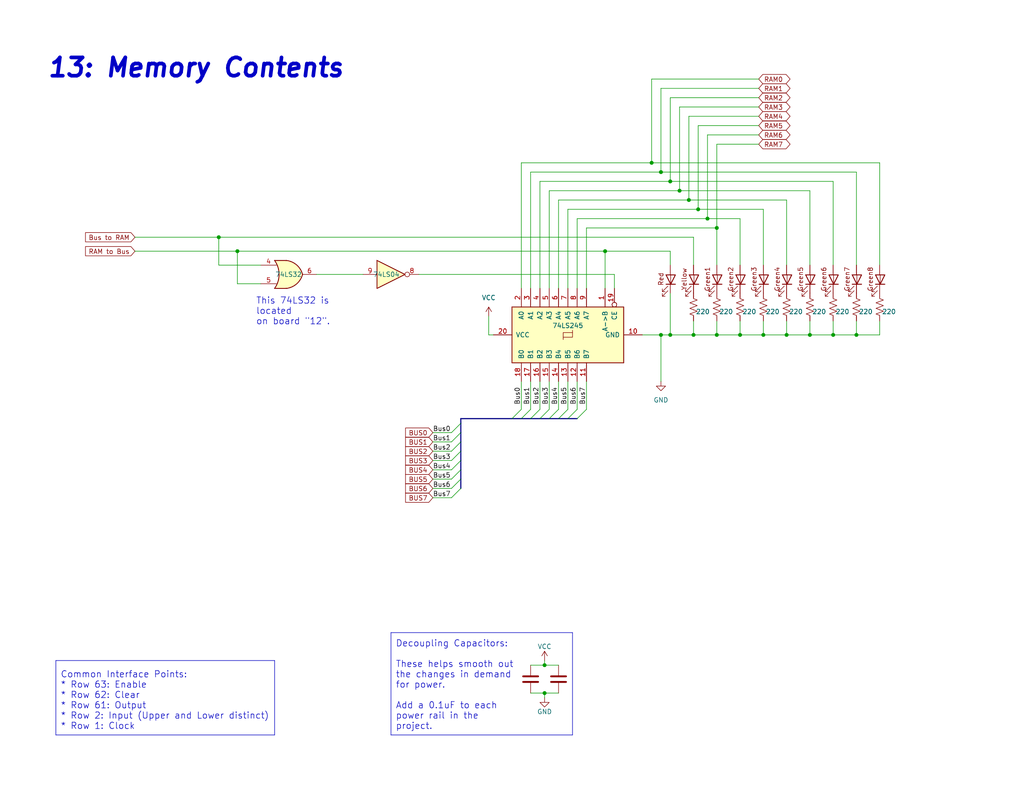
<source format=kicad_sch>
(kicad_sch (version 20211123) (generator eeschema)
  (paper "USLetter")
  (title_block (title "13: Memory Contents") (date "2022-03-13") (rev "1.0") (comment 1 "This board is located in Column 1 and Row 3") (comment 2 "2 74LS04 chips on this board are shared with boards \"14\" and \"15\"") (comment 3 "The 74LS08 on board \"14\"  and 74LS00 on board \"15 are shared with this board") (comment 4 "The 74LS32 gate used on this board is located on board \"12\""))
  (lib_symbols
    (symbol "74xx:74LS04"
      (property "Reference" "U" (at 0 1.27 0))
      (property "Value" "74LS04" (at 0 -1.27 0))
      (symbol "74LS04_1_0"
        (polyline (pts (xy -3.81 3.81) (xy -3.81 -3.81) (xy 3.81 0) (xy -3.81 3.81)) (stroke (width 0.254)) (fill (type background)))
        (pin input line (at -7.62 0 0) (length 3.81) (name "~") (number "1"))
        (pin output inverted (at 7.62 0 180) (length 3.81) (name "~") (number "2"))
      )
      (symbol "74LS04_2_0"
        (polyline (pts (xy -3.81 3.81) (xy -3.81 -3.81) (xy 3.81 0) (xy -3.81 3.81)) (stroke (width 0.254)) (fill (type background)))
        (pin input line (at -7.62 0 0) (length 3.81) (name "~") (number "3"))
        (pin output inverted (at 7.62 0 180) (length 3.81) (name "~") (number "4"))
      )
      (symbol "74LS04_3_0"
        (polyline (pts (xy -3.81 3.81) (xy -3.81 -3.81) (xy 3.81 0) (xy -3.81 3.81)) (stroke (width 0.254)) (fill (type background)))
        (pin input line (at -7.62 0 0) (length 3.81) (name "~") (number "5"))
        (pin output inverted (at 7.62 0 180) (length 3.81) (name "~") (number "6"))
      )
      (symbol "74LS04_4_0"
        (polyline (pts (xy -3.81 3.81) (xy -3.81 -3.81) (xy 3.81 0) (xy -3.81 3.81)) (stroke (width 0.254)) (fill (type background)))
        (pin output inverted (at 7.62 0 180) (length 3.81) (name "~") (number "8"))
        (pin input line (at -7.62 0 0) (length 3.81) (name "~") (number "9"))
      )
      (symbol "74LS04_5_0"
        (polyline (pts (xy -3.81 3.81) (xy -3.81 -3.81) (xy 3.81 0) (xy -3.81 3.81)) (stroke (width 0.254)) (fill (type background)))
        (pin output inverted (at 7.62 0 180) (length 3.81) (name "~") (number "10"))
        (pin input line (at -7.62 0 0) (length 3.81) (name "~") (number "11"))
      )
      (symbol "74LS04_6_0"
        (polyline (pts (xy -3.81 3.81) (xy -3.81 -3.81) (xy 3.81 0) (xy -3.81 3.81)) (stroke (width 0.254)) (fill (type background)))
        (pin output inverted (at 7.62 0 180) (length 3.81) (name "~") (number "12"))
        (pin input line (at -7.62 0 0) (length 3.81) (name "~") (number "13"))
      )
      (symbol "74LS04_7_0"
        (pin power_in line (at 0 12.7 270) (length 5.08) (name "VCC") (number "14"))
        (pin power_in line (at 0 -12.7 90) (length 5.08) (name "GND") (number "7"))
      )
      (symbol "74LS04_7_1"
        (rectangle (start -5.08 7.62) (end 5.08 -7.62) (stroke (width 0.254)) (fill (type background)))
      )
    )
    (symbol "74xx:74LS245" (pin_names (offset 1.016))
      (property "Reference" "U" (at -7.62 16.51 0))
      (property "Value" "74LS245" (at -7.62 -16.51 0))
      (symbol "74LS245_1_0"
        (polyline (pts (xy -0.635 -1.27) (xy -0.635 1.27) (xy 0.635 1.27)))
        (polyline (pts (xy -1.27 -1.27) (xy 0.635 -1.27) (xy 0.635 1.27) (xy 1.27 1.27)))
        (pin input line (at -12.7 -10.16 0) (length 5.08) (name "A->B") (number "1"))
        (pin power_in line (at 0 -20.32 90) (length 5.08) (name "GND") (number "10"))
        (pin tri_state line (at 12.7 -5.08 180) (length 5.08) (name "B7") (number "11"))
        (pin tri_state line (at 12.7 -2.54 180) (length 5.08) (name "B6") (number "12"))
        (pin tri_state line (at 12.7 0 180) (length 5.08) (name "B5") (number "13"))
        (pin tri_state line (at 12.7 2.54 180) (length 5.08) (name "B4") (number "14"))
        (pin tri_state line (at 12.7 5.08 180) (length 5.08) (name "B3") (number "15"))
        (pin tri_state line (at 12.7 7.62 180) (length 5.08) (name "B2") (number "16"))
        (pin tri_state line (at 12.7 10.16 180) (length 5.08) (name "B1") (number "17"))
        (pin tri_state line (at 12.7 12.7 180) (length 5.08) (name "B0") (number "18"))
        (pin input inverted (at -12.7 -12.7 0) (length 5.08) (name "CE") (number "19"))
        (pin tri_state line (at -12.7 12.7 0) (length 5.08) (name "A0") (number "2"))
        (pin power_in line (at 0 20.32 270) (length 5.08) (name "VCC") (number "20"))
        (pin tri_state line (at -12.7 10.16 0) (length 5.08) (name "A1") (number "3"))
        (pin tri_state line (at -12.7 7.62 0) (length 5.08) (name "A2") (number "4"))
        (pin tri_state line (at -12.7 5.08 0) (length 5.08) (name "A3") (number "5"))
        (pin tri_state line (at -12.7 2.54 0) (length 5.08) (name "A4") (number "6"))
        (pin tri_state line (at -12.7 0 0) (length 5.08) (name "A5") (number "7"))
        (pin tri_state line (at -12.7 -2.54 0) (length 5.08) (name "A6") (number "8"))
        (pin tri_state line (at -12.7 -5.08 0) (length 5.08) (name "A7") (number "9"))
      )
      (symbol "74LS245_1_1"
        (rectangle (start -7.62 15.24) (end 7.62 -15.24) (stroke (width 0.254)) (fill (type background)))
      )
    )
    (symbol "74xx:74LS32" (pin_names (offset 1.016))
      (property "Reference" "U" (at 0 1.27 0))
      (property "Value" "74LS32" (at 0 -1.27 0))
      (symbol "74LS32_1_1"
        (arc (start -3.81 -3.81) (mid -2.589 0) (end -3.81 3.81) (stroke (width 0.254)))
        (arc (start -0.6096 -3.81) (mid 2.1855 -2.584) (end 3.81 0) (stroke (width 0.254)) (fill (type background)))
        (polyline (pts (xy -3.81 -3.81) (xy -0.635 -3.81)) (stroke (width 0.254)) (fill (type background)))
        (polyline (pts (xy -3.81 3.81) (xy -0.635 3.81)) (stroke (width 0.254)) (fill (type background)))
        (polyline (pts (xy -0.635 3.81) (xy -3.81 3.81) (xy -3.81 3.81) (xy -3.556 3.4036) (xy -3.0226 2.2606) (xy -2.6924 1.0414) (xy -2.6162 -0.254) (xy -2.7686 -1.4986) (xy -3.175 -2.7178) (xy -3.81 -3.81) (xy -3.81 -3.81) (xy -0.635 -3.81)) (stroke (width -25.4)) (fill (type background)))
        (arc (start 3.81 0) (mid 2.1928 2.5925) (end -0.6096 3.81) (stroke (width 0.254)) (fill (type background)))
        (pin input line (at -7.62 2.54 0) (length 4.318) (name "~") (number "1"))
        (pin input line (at -7.62 -2.54 0) (length 4.318) (name "~") (number "2"))
        (pin output line (at 7.62 0 180) (length 3.81) (name "~") (number "3"))
      )
      (symbol "74LS32_1_2"
        (arc (start 0 -3.81) (mid 3.81 0) (end 0 3.81) (stroke (width 0.254)) (fill (type background)))
        (polyline (pts (xy 0 3.81) (xy -3.81 3.81) (xy -3.81 -3.81) (xy 0 -3.81)) (stroke (width 0.254)) (fill (type background)))
        (pin input inverted (at -7.62 2.54 0) (length 3.81) (name "~") (number "1"))
        (pin input inverted (at -7.62 -2.54 0) (length 3.81) (name "~") (number "2"))
        (pin output inverted (at 7.62 0 180) (length 3.81) (name "~") (number "3"))
      )
      (symbol "74LS32_2_1"
        (arc (start -3.81 -3.81) (mid -2.589 0) (end -3.81 3.81) (stroke (width 0.254)))
        (arc (start -0.6096 -3.81) (mid 2.1855 -2.584) (end 3.81 0) (stroke (width 0.254)) (fill (type background)))
        (polyline (pts (xy -3.81 -3.81) (xy -0.635 -3.81)) (stroke (width 0.254)) (fill (type background)))
        (polyline (pts (xy -3.81 3.81) (xy -0.635 3.81)) (stroke (width 0.254)) (fill (type background)))
        (polyline (pts (xy -0.635 3.81) (xy -3.81 3.81) (xy -3.81 3.81) (xy -3.556 3.4036) (xy -3.0226 2.2606) (xy -2.6924 1.0414) (xy -2.6162 -0.254) (xy -2.7686 -1.4986) (xy -3.175 -2.7178) (xy -3.81 -3.81) (xy -3.81 -3.81) (xy -0.635 -3.81)) (stroke (width -25.4)) (fill (type background)))
        (arc (start 3.81 0) (mid 2.1928 2.5925) (end -0.6096 3.81) (stroke (width 0.254)) (fill (type background)))
        (pin input line (at -7.62 2.54 0) (length 4.318) (name "~") (number "4"))
        (pin input line (at -7.62 -2.54 0) (length 4.318) (name "~") (number "5"))
        (pin output line (at 7.62 0 180) (length 3.81) (name "~") (number "6"))
      )
      (symbol "74LS32_2_2"
        (arc (start 0 -3.81) (mid 3.81 0) (end 0 3.81) (stroke (width 0.254)) (fill (type background)))
        (polyline (pts (xy 0 3.81) (xy -3.81 3.81) (xy -3.81 -3.81) (xy 0 -3.81)) (stroke (width 0.254)) (fill (type background)))
        (pin input inverted (at -7.62 2.54 0) (length 3.81) (name "~") (number "4"))
        (pin input inverted (at -7.62 -2.54 0) (length 3.81) (name "~") (number "5"))
        (pin output inverted (at 7.62 0 180) (length 3.81) (name "~") (number "6"))
      )
      (symbol "74LS32_3_1"
        (arc (start -3.81 -3.81) (mid -2.589 0) (end -3.81 3.81) (stroke (width 0.254)))
        (arc (start -0.6096 -3.81) (mid 2.1855 -2.584) (end 3.81 0) (stroke (width 0.254)) (fill (type background)))
        (polyline (pts (xy -3.81 -3.81) (xy -0.635 -3.81)) (stroke (width 0.254)) (fill (type background)))
        (polyline (pts (xy -3.81 3.81) (xy -0.635 3.81)) (stroke (width 0.254)) (fill (type background)))
        (polyline (pts (xy -0.635 3.81) (xy -3.81 3.81) (xy -3.81 3.81) (xy -3.556 3.4036) (xy -3.0226 2.2606) (xy -2.6924 1.0414) (xy -2.6162 -0.254) (xy -2.7686 -1.4986) (xy -3.175 -2.7178) (xy -3.81 -3.81) (xy -3.81 -3.81) (xy -0.635 -3.81)) (stroke (width -25.4)) (fill (type background)))
        (arc (start 3.81 0) (mid 2.1928 2.5925) (end -0.6096 3.81) (stroke (width 0.254)) (fill (type background)))
        (pin input line (at -7.62 -2.54 0) (length 4.318) (name "~") (number "10"))
        (pin output line (at 7.62 0 180) (length 3.81) (name "~") (number "8"))
        (pin input line (at -7.62 2.54 0) (length 4.318) (name "~") (number "9"))
      )
      (symbol "74LS32_3_2"
        (arc (start 0 -3.81) (mid 3.81 0) (end 0 3.81) (stroke (width 0.254)) (fill (type background)))
        (polyline (pts (xy 0 3.81) (xy -3.81 3.81) (xy -3.81 -3.81) (xy 0 -3.81)) (stroke (width 0.254)) (fill (type background)))
        (pin input inverted (at -7.62 -2.54 0) (length 3.81) (name "~") (number "10"))
        (pin output inverted (at 7.62 0 180) (length 3.81) (name "~") (number "8"))
        (pin input inverted (at -7.62 2.54 0) (length 3.81) (name "~") (number "9"))
      )
      (symbol "74LS32_4_1"
        (arc (start -3.81 -3.81) (mid -2.589 0) (end -3.81 3.81) (stroke (width 0.254)))
        (arc (start -0.6096 -3.81) (mid 2.1855 -2.584) (end 3.81 0) (stroke (width 0.254)) (fill (type background)))
        (polyline (pts (xy -3.81 -3.81) (xy -0.635 -3.81)) (stroke (width 0.254)) (fill (type background)))
        (polyline (pts (xy -3.81 3.81) (xy -0.635 3.81)) (stroke (width 0.254)) (fill (type background)))
        (polyline (pts (xy -0.635 3.81) (xy -3.81 3.81) (xy -3.81 3.81) (xy -3.556 3.4036) (xy -3.0226 2.2606) (xy -2.6924 1.0414) (xy -2.6162 -0.254) (xy -2.7686 -1.4986) (xy -3.175 -2.7178) (xy -3.81 -3.81) (xy -3.81 -3.81) (xy -0.635 -3.81)) (stroke (width -25.4)) (fill (type background)))
        (arc (start 3.81 0) (mid 2.1928 2.5925) (end -0.6096 3.81) (stroke (width 0.254)) (fill (type background)))
        (pin output line (at 7.62 0 180) (length 3.81) (name "~") (number "11"))
        (pin input line (at -7.62 2.54 0) (length 4.318) (name "~") (number "12"))
        (pin input line (at -7.62 -2.54 0) (length 4.318) (name "~") (number "13"))
      )
      (symbol "74LS32_4_2"
        (arc (start 0 -3.81) (mid 3.81 0) (end 0 3.81) (stroke (width 0.254)) (fill (type background)))
        (polyline (pts (xy 0 3.81) (xy -3.81 3.81) (xy -3.81 -3.81) (xy 0 -3.81)) (stroke (width 0.254)) (fill (type background)))
        (pin output inverted (at 7.62 0 180) (length 3.81) (name "~") (number "11"))
        (pin input inverted (at -7.62 2.54 0) (length 3.81) (name "~") (number "12"))
        (pin input inverted (at -7.62 -2.54 0) (length 3.81) (name "~") (number "13"))
      )
      (symbol "74LS32_5_0"
        (pin power_in line (at 0 12.7 270) (length 5.08) (name "VCC") (number "14"))
        (pin power_in line (at 0 -12.7 90) (length 5.08) (name "GND") (number "7"))
      )
      (symbol "74LS32_5_1"
        (rectangle (start -5.08 7.62) (end 5.08 -7.62) (stroke (width 0.254)) (fill (type background)))
      )
    )
    (symbol "Device:C" (pin_numbers hide) (pin_names (offset 0.254))
      (property "Reference" "C" (at 0.635 2.54 0))
      (property "Value" "C" (at 0.635 -2.54 0))
      (symbol "C_0_1"
        (polyline (pts (xy -2.032 -0.762) (xy 2.032 -0.762)) (stroke (width 0.508)))
        (polyline (pts (xy -2.032 0.762) (xy 2.032 0.762)) (stroke (width 0.508)))
      )
      (symbol "C_1_1"
        (pin passive line (at 0 3.81 270) (length 2.794) (name "~") (number "1"))
        (pin passive line (at 0 -3.81 90) (length 2.794) (name "~") (number "2"))
      )
    )
    (symbol "Device:R_US" (pin_numbers hide) (pin_names (offset 0))
      (property "Reference" "R" (at 2.54 0 90))
      (property "Value" "R_US" (at -2.54 0 90))
      (symbol "R_US_0_1"
        (polyline (pts (xy 0 -2.286) (xy 0 -2.54)))
        (polyline (pts (xy 0 2.286) (xy 0 2.54)))
        (polyline (pts (xy 0 -0.762) (xy 1.016 -1.143) (xy 0 -1.524) (xy -1.016 -1.905) (xy 0 -2.286)))
        (polyline (pts (xy 0 0.762) (xy 1.016 0.381) (xy 0 0) (xy -1.016 -0.381) (xy 0 -0.762)))
        (polyline (pts (xy 0 2.286) (xy 1.016 1.905) (xy 0 1.524) (xy -1.016 1.143) (xy 0 0.762)))
      )
      (symbol "R_US_1_1"
        (pin passive line (at 0 3.81 270) (length 1.27) (name "~") (number "1"))
        (pin passive line (at 0 -3.81 90) (length 1.27) (name "~") (number "2"))
      )
    )
    (symbol "SB1R1Y8G_LED:SB1R1Y8G_LED"
      (symbol "SB1R1Y8G_LED_0_0"
        (text "" (at 0.635 0 900) (effects (font (size 1.27 1.27))))
        (text "" (at 1.27 -15.24 0) (effects (font (size 1.27 1.27))))
      )
      (symbol "SB1R1Y8G_LED_0_1"
        (polyline (pts (xy -1.397 -0.127) (xy 1.143 -0.127)))
        (polyline (pts (xy -1.397 1.143) (xy -1.397 -1.397)) (stroke (width 0.254)))
        (polyline (pts (xy 1.143 1.143) (xy 1.143 -1.397) (xy -1.397 -0.127) (xy 1.143 1.143)) (stroke (width 0.254)))
        (polyline (pts (xy -3.175 0.635) (xy -4.699 2.159) (xy -3.937 2.159) (xy -4.699 2.159) (xy -4.699 1.397)))
        (polyline (pts (xy -1.905 0.635) (xy -3.429 2.159) (xy -2.667 2.159) (xy -3.429 2.159) (xy -3.429 1.397)))
      )
      (symbol "SB1R1Y8G_LED_1_0"
        (text "Red" (at 0 2.54 0) (effects (font (size 1.27 1.27))))
      )
      (symbol "SB1R1Y8G_LED_1_1"
        (pin passive line (at -3.81 0 0) (length 2.54) (name "") (number "1"))
        (pin passive line (at 3.81 0 180) (length 2.54) (name "") (number "11"))
      )
      (symbol "SB1R1Y8G_LED_2_0"
        (text "Yellow" (at 0 2.54 0) (effects (font (size 1.27 1.27))))
      )
      (symbol "SB1R1Y8G_LED_2_1"
        (pin passive line (at 3.81 0 180) (length 2.54) (name "") (number "12"))
        (pin passive line (at -3.81 0 0) (length 2.54) (name "") (number "2"))
      )
      (symbol "SB1R1Y8G_LED_3_0"
        (text "Green1" (at 0 2.54 0) (effects (font (size 1.27 1.27))))
      )
      (symbol "SB1R1Y8G_LED_3_1"
        (pin passive line (at 3.81 0 180) (length 2.54) (name "") (number "13"))
        (pin passive line (at -3.81 0 0) (length 2.54) (name "") (number "3"))
      )
      (symbol "SB1R1Y8G_LED_4_0"
        (text "Green2" (at 0 2.54 0) (effects (font (size 1.27 1.27))))
      )
      (symbol "SB1R1Y8G_LED_4_1"
        (pin passive line (at 3.81 0 180) (length 2.54) (name "") (number "14"))
        (pin passive line (at -3.81 0 0) (length 2.54) (name "") (number "4"))
      )
      (symbol "SB1R1Y8G_LED_5_0"
        (text "Green3" (at 0 2.54 0) (effects (font (size 1.27 1.27))))
      )
      (symbol "SB1R1Y8G_LED_5_1"
        (pin passive line (at 3.81 0 180) (length 2.54) (name "") (number "15"))
        (pin passive line (at -3.81 0 0) (length 2.54) (name "") (number "5"))
      )
      (symbol "SB1R1Y8G_LED_6_0"
        (text "Green4" (at 0 2.54 0) (effects (font (size 1.27 1.27))))
      )
      (symbol "SB1R1Y8G_LED_6_1"
        (pin passive line (at 3.81 0 180) (length 2.54) (name "") (number "16"))
        (pin passive line (at -3.81 0 0) (length 2.54) (name "") (number "6"))
      )
      (symbol "SB1R1Y8G_LED_7_0"
        (text "Green5" (at 0 2.54 0) (effects (font (size 1.27 1.27))))
      )
      (symbol "SB1R1Y8G_LED_7_1"
        (pin passive line (at 3.81 0 180) (length 2.54) (name "") (number "17"))
        (pin passive line (at -3.81 0 0) (length 2.54) (name "") (number "7"))
      )
      (symbol "SB1R1Y8G_LED_8_0"
        (text "Green6" (at 0 2.54 0) (effects (font (size 1.27 1.27))))
      )
      (symbol "SB1R1Y8G_LED_8_1"
        (pin passive line (at 3.81 0 180) (length 2.54) (name "") (number "18"))
        (pin passive line (at -3.81 0 0) (length 2.54) (name "") (number "8"))
      )
      (symbol "SB1R1Y8G_LED_9_0"
        (text "Green7" (at 0 2.54 0) (effects (font (size 1.27 1.27))))
      )
      (symbol "SB1R1Y8G_LED_9_1"
        (pin passive line (at 3.81 0 180) (length 2.54) (name "") (number "19"))
        (pin passive line (at -3.81 0 0) (length 2.54) (name "") (number "9"))
      )
      (symbol "SB1R1Y8G_LED_10_0"
        (text "Green8" (at 0 2.54 0) (effects (font (size 1.27 1.27))))
      )
      (symbol "SB1R1Y8G_LED_10_1"
        (pin passive line (at 3.81 0 180) (length 2.54) (name "") (number "10"))
        (pin passive line (at -3.81 0 0) (length 2.54) (name "") (number "20"))
      )
    )
    (symbol "power:GND" (power) (pin_names (offset 0))
      (property "Value" "GND" (at 0 -3.81 0))
      (symbol "GND_0_1"
        (polyline (pts (xy 0 0) (xy 0 -1.27) (xy 1.27 -1.27) (xy 0 -2.54) (xy -1.27 -1.27) (xy 0 -1.27)))
      )
      (symbol "GND_1_1"
        (pin power_in line (at 0 0 270) (length 0) hide (name "GND") (number "1"))
      )
    )
    (symbol "power:VCC" (power) (pin_names (offset 0))
      (property "Value" "VCC" (at 0 3.81 0))
      (symbol "VCC_0_1"
        (polyline (pts (xy -0.762 1.27) (xy 0 2.54)))
        (polyline (pts (xy 0 0) (xy 0 2.54)))
        (polyline (pts (xy 0 2.54) (xy 0.762 1.27)))
      )
      (symbol "VCC_1_1"
        (pin power_in line (at 0 0 90) (length 0) hide (name "VCC") (number "1"))
      )
    )
  )
  (junction (at 195.58 62.23))
  (junction (at 214.63 91.44))
  (junction (at 180.34 46.99))
  (junction (at 148.59 181.61))
  (junction (at 182.88 49.53))
  (junction (at 193.04 59.69))
  (junction (at 180.34 91.44))
  (junction (at 185.42 52.07))
  (junction (at 227.33 91.44))
  (junction (at 182.88 91.44))
  (junction (at 190.5 57.15))
  (junction (at 64.77 68.58))
  (junction (at 195.58 91.44))
  (junction (at 233.68 91.44))
  (junction (at 165.1 68.58))
  (junction (at 187.96 54.61))
  (junction (at 201.93 91.44))
  (junction (at 220.98 91.44))
  (junction (at 177.8 44.45))
  (junction (at 208.28 91.44))
  (junction (at 189.23 91.44))
  (junction (at 59.69 64.77))
  (junction (at 148.59 189.23))
  (bus_entry (at 123.19 125.73) (size 2.54 -2.54))
  (bus_entry (at 123.19 123.19) (size 2.54 -2.54))
  (bus_entry (at 149.86 111.76) (size -2.54 2.54))
  (bus_entry (at 147.32 111.76) (size -2.54 2.54))
  (bus_entry (at 123.19 118.11) (size 2.54 -2.54))
  (bus_entry (at 142.24 111.76) (size -2.54 2.54))
  (bus_entry (at 152.4 111.76) (size -2.54 2.54))
  (bus_entry (at 123.19 135.89) (size 2.54 -2.54))
  (bus_entry (at 160.02 111.76) (size -2.54 2.54))
  (bus_entry (at 123.19 133.35) (size 2.54 -2.54))
  (bus_entry (at 123.19 128.27) (size 2.54 -2.54))
  (bus_entry (at 144.78 111.76) (size -2.54 2.54))
  (bus_entry (at 157.48 111.76) (size -2.54 2.54))
  (bus_entry (at 154.94 111.76) (size -2.54 2.54))
  (bus_entry (at 123.19 130.81) (size 2.54 -2.54))
  (bus_entry (at 123.19 120.65) (size 2.54 -2.54))
  (wire (pts (xy 189.23 64.77) (xy 189.23 72.39)))
  (wire (pts (xy 152.4 104.14) (xy 152.4 111.76)))
  (wire (pts (xy 233.68 91.44) (xy 240.03 91.44)))
  (wire (pts (xy 144.78 104.14) (xy 144.78 111.76)))
  (wire (pts (xy 190.5 57.15) (xy 208.28 57.15)))
  (wire (pts (xy 157.48 78.74) (xy 157.48 59.69)))
  (wire (pts (xy 207.01 24.13) (xy 180.34 24.13)))
  (wire (pts (xy 148.59 189.23) (xy 152.4 189.23)))
  (bus (pts (xy 125.73 120.65) (xy 125.73 123.19)))
  (wire (pts (xy 118.11 135.89) (xy 123.19 135.89)))
  (wire (pts (xy 142.24 104.14) (xy 142.24 111.76)))
  (wire (pts (xy 152.4 78.74) (xy 152.4 54.61)))
  (polyline (pts (xy 74.93 200.66) (xy 15.24 200.66)) (stroke (width 0) (type solid)))
  (bus (pts (xy 125.73 123.19) (xy 125.73 125.73)))
  (wire (pts (xy 118.11 123.19) (xy 123.19 123.19)))
  (wire (pts (xy 36.83 68.58) (xy 64.77 68.58)))
  (wire (pts (xy 214.63 54.61) (xy 214.63 72.39)))
  (bus (pts (xy 152.4 114.3) (xy 149.86 114.3)))
  (wire (pts (xy 147.32 104.14) (xy 147.32 111.76)))
  (wire (pts (xy 144.78 46.99) (xy 180.34 46.99)))
  (wire (pts (xy 201.93 91.44) (xy 208.28 91.44)))
  (bus (pts (xy 125.73 114.3) (xy 125.73 115.57)))
  (wire (pts (xy 220.98 87.63) (xy 220.98 91.44)))
  (wire (pts (xy 64.77 77.47) (xy 64.77 68.58)))
  (wire (pts (xy 208.28 91.44) (xy 214.63 91.44)))
  (wire (pts (xy 167.64 74.93) (xy 167.64 78.74)))
  (bus (pts (xy 147.32 114.3) (xy 144.78 114.3)))
  (wire (pts (xy 71.12 72.39) (xy 59.69 72.39)))
  (wire (pts (xy 189.23 91.44) (xy 195.58 91.44)))
  (wire (pts (xy 195.58 39.37) (xy 195.58 62.23)))
  (wire (pts (xy 208.28 57.15) (xy 208.28 72.39)))
  (wire (pts (xy 144.78 78.74) (xy 144.78 46.99)))
  (wire (pts (xy 149.86 78.74) (xy 149.86 52.07)))
  (wire (pts (xy 71.12 77.47) (xy 64.77 77.47)))
  (wire (pts (xy 160.02 62.23) (xy 195.58 62.23)))
  (wire (pts (xy 207.01 34.29) (xy 190.5 34.29)))
  (wire (pts (xy 214.63 87.63) (xy 214.63 91.44)))
  (wire (pts (xy 175.26 91.44) (xy 180.34 91.44)))
  (polyline (pts (xy 156.21 200.66) (xy 106.68 200.66)) (stroke (width 0) (type solid)))
  (wire (pts (xy 180.34 91.44) (xy 180.34 104.14)))
  (wire (pts (xy 187.96 31.75) (xy 187.96 54.61)))
  (wire (pts (xy 189.23 87.63) (xy 189.23 91.44)))
  (wire (pts (xy 144.78 181.61) (xy 148.59 181.61)))
  (polyline (pts (xy 156.21 172.72) (xy 156.21 200.66)) (stroke (width 0) (type solid)))
  (wire (pts (xy 180.34 91.44) (xy 182.88 91.44)))
  (bus (pts (xy 142.24 114.3) (xy 139.7 114.3)))
  (wire (pts (xy 207.01 29.21) (xy 185.42 29.21)))
  (wire (pts (xy 154.94 78.74) (xy 154.94 57.15)))
  (wire (pts (xy 152.4 54.61) (xy 187.96 54.61)))
  (wire (pts (xy 157.48 59.69) (xy 193.04 59.69)))
  (wire (pts (xy 133.35 86.36) (xy 133.35 91.44)))
  (wire (pts (xy 118.11 128.27) (xy 123.19 128.27)))
  (wire (pts (xy 147.32 78.74) (xy 147.32 49.53)))
  (wire (pts (xy 201.93 87.63) (xy 201.93 91.44)))
  (bus (pts (xy 125.73 115.57) (xy 125.73 118.11)))
  (bus (pts (xy 144.78 114.3) (xy 142.24 114.3)))
  (wire (pts (xy 227.33 49.53) (xy 227.33 72.39)))
  (polyline (pts (xy 106.68 172.72) (xy 156.21 172.72)) (stroke (width 0) (type solid)))
  (wire (pts (xy 185.42 29.21) (xy 185.42 52.07)))
  (wire (pts (xy 195.58 87.63) (xy 195.58 91.44)))
  (wire (pts (xy 233.68 87.63) (xy 233.68 91.44)))
  (wire (pts (xy 182.88 91.44) (xy 189.23 91.44)))
  (wire (pts (xy 154.94 104.14) (xy 154.94 111.76)))
  (wire (pts (xy 118.11 125.73) (xy 123.19 125.73)))
  (wire (pts (xy 165.1 68.58) (xy 182.88 68.58)))
  (wire (pts (xy 64.77 68.58) (xy 165.1 68.58)))
  (bus (pts (xy 125.73 130.81) (xy 125.73 133.35)))
  (bus (pts (xy 149.86 114.3) (xy 147.32 114.3)))
  (wire (pts (xy 59.69 64.77) (xy 189.23 64.77)))
  (wire (pts (xy 193.04 36.83) (xy 193.04 59.69)))
  (wire (pts (xy 190.5 34.29) (xy 190.5 57.15)))
  (wire (pts (xy 220.98 52.07) (xy 220.98 72.39)))
  (wire (pts (xy 201.93 59.69) (xy 201.93 72.39)))
  (wire (pts (xy 118.11 130.81) (xy 123.19 130.81)))
  (wire (pts (xy 177.8 21.59) (xy 177.8 44.45)))
  (polyline (pts (xy 106.68 172.72) (xy 106.68 200.66)) (stroke (width 0) (type solid)))
  (wire (pts (xy 118.11 133.35) (xy 123.19 133.35)))
  (wire (pts (xy 157.48 104.14) (xy 157.48 111.76)))
  (wire (pts (xy 86.36 74.93) (xy 99.06 74.93)))
  (bus (pts (xy 125.73 128.27) (xy 125.73 130.81)))
  (wire (pts (xy 148.59 181.61) (xy 152.4 181.61)))
  (wire (pts (xy 227.33 91.44) (xy 233.68 91.44)))
  (wire (pts (xy 207.01 39.37) (xy 195.58 39.37)))
  (wire (pts (xy 214.63 91.44) (xy 220.98 91.44)))
  (bus (pts (xy 125.73 118.11) (xy 125.73 120.65)))
  (wire (pts (xy 133.35 91.44) (xy 134.62 91.44)))
  (wire (pts (xy 148.59 180.34) (xy 148.59 181.61)))
  (wire (pts (xy 233.68 46.99) (xy 233.68 72.39)))
  (wire (pts (xy 149.86 104.14) (xy 149.86 111.76)))
  (wire (pts (xy 207.01 21.59) (xy 177.8 21.59)))
  (bus (pts (xy 157.48 114.3) (xy 154.94 114.3)))
  (wire (pts (xy 207.01 31.75) (xy 187.96 31.75)))
  (wire (pts (xy 207.01 36.83) (xy 193.04 36.83)))
  (wire (pts (xy 182.88 26.67) (xy 182.88 49.53)))
  (wire (pts (xy 207.01 26.67) (xy 182.88 26.67)))
  (wire (pts (xy 187.96 54.61) (xy 214.63 54.61)))
  (polyline (pts (xy 15.24 180.34) (xy 74.93 180.34)) (stroke (width 0) (type solid)))
  (wire (pts (xy 160.02 78.74) (xy 160.02 62.23)))
  (wire (pts (xy 195.58 62.23) (xy 195.58 72.39)))
  (wire (pts (xy 118.11 120.65) (xy 123.19 120.65)))
  (wire (pts (xy 142.24 78.74) (xy 142.24 44.45)))
  (wire (pts (xy 180.34 46.99) (xy 233.68 46.99)))
  (bus (pts (xy 154.94 114.3) (xy 152.4 114.3)))
  (bus (pts (xy 125.73 125.73) (xy 125.73 128.27)))
  (wire (pts (xy 144.78 189.23) (xy 148.59 189.23)))
  (wire (pts (xy 160.02 104.14) (xy 160.02 111.76)))
  (wire (pts (xy 36.83 64.77) (xy 59.69 64.77)))
  (wire (pts (xy 182.88 49.53) (xy 227.33 49.53)))
  (wire (pts (xy 114.3 74.93) (xy 167.64 74.93)))
  (wire (pts (xy 182.88 68.58) (xy 182.88 72.39)))
  (wire (pts (xy 142.24 44.45) (xy 177.8 44.45)))
  (wire (pts (xy 240.03 44.45) (xy 240.03 72.39)))
  (wire (pts (xy 227.33 87.63) (xy 227.33 91.44)))
  (wire (pts (xy 59.69 72.39) (xy 59.69 64.77)))
  (wire (pts (xy 182.88 80.01) (xy 182.88 91.44)))
  (wire (pts (xy 177.8 44.45) (xy 240.03 44.45)))
  (wire (pts (xy 195.58 91.44) (xy 201.93 91.44)))
  (wire (pts (xy 193.04 59.69) (xy 201.93 59.69)))
  (wire (pts (xy 185.42 52.07) (xy 220.98 52.07)))
  (wire (pts (xy 149.86 52.07) (xy 185.42 52.07)))
  (wire (pts (xy 154.94 57.15) (xy 190.5 57.15)))
  (wire (pts (xy 165.1 68.58) (xy 165.1 78.74)))
  (wire (pts (xy 180.34 24.13) (xy 180.34 46.99)))
  (wire (pts (xy 147.32 49.53) (xy 182.88 49.53)))
  (polyline (pts (xy 74.93 180.34) (xy 74.93 200.66)) (stroke (width 0) (type solid)))
  (wire (pts (xy 220.98 91.44) (xy 227.33 91.44)))
  (wire (pts (xy 118.11 118.11) (xy 123.19 118.11)))
  (wire (pts (xy 148.59 189.23) (xy 148.59 190.5)))
  (polyline (pts (xy 15.24 180.34) (xy 15.24 200.66)) (stroke (width 0) (type solid)))
  (wire (pts (xy 208.28 87.63) (xy 208.28 91.44)))
  (bus (pts (xy 125.73 114.3) (xy 139.7 114.3)))
  (wire (pts (xy 240.03 87.63) (xy 240.03 91.44)))
  (text "This 74LS32 is \nlocated \non board \"12\"." (at 69.85 88.9 0) (effects (font (size 1.75 1.75)) (justify left bottom)))
  (text " 13: Memory Contents" (at 8.89 21.59 0) (effects (font (size 5 5) (thickness 1) bold italic) (justify left bottom)))
  (text "Common Interface Points:\n* Row 63: Enable\n* Row 62: Clear\n* Row 61: Output\n* Row 2: Input (Upper and Lower distinct)\n* Row 1: Clock" (at 16.51 199.39 0) (effects (font (size 1.75 1.75)) (justify left bottom)))
  (text "Decoupling Capacitors:\n\nThese helps smooth out \nthe changes in demand \nfor power.\n\nAdd a 0.1uF to each \npower rail in the \nproject." (at 107.95 199.39 0) (effects (font (size 1.75 1.75)) (justify left bottom)))
  (label "Bus6" (at 157.48 110.49 90))
  (label "Bus2" (at 118.11 123.19 0))
  (label "Bus4" (at 118.11 128.27 0))
  (label "Bus1" (at 144.78 110.49 90))
  (label "Bus3" (at 149.86 110.49 90))
  (label "Bus0" (at 142.24 110.49 90))
  (label "Bus6" (at 118.11 133.35 0))
  (label "Bus5" (at 118.11 130.81 0))
  (label "Bus2" (at 147.32 110.49 90))
  (label "Bus7" (at 160.02 110.49 90))
  (label "Bus5" (at 154.94 110.49 90))
  (label "Bus0" (at 118.11 118.11 0))
  (label "Bus1" (at 118.11 120.65 0))
  (label "Bus7" (at 118.11 135.89 0))
  (label "Bus4" (at 152.4 110.49 90))
  (label "Bus3" (at 118.11 125.73 0))
  (global_label "BUS5" (shape input) (at 118.11 130.81 180) (property "Intersheet References" "${INTERSHEET_REFS}" (effects hide)))
  (global_label "RAM6" (shape bidirectional) (at 207.01 36.83 0) (property "Intersheet References" "${INTERSHEET_REFS}" (effects hide)))
  (global_label "BUS1" (shape input) (at 118.11 120.65 180) (property "Intersheet References" "${INTERSHEET_REFS}" (effects hide)))
  (global_label "BUS4" (shape input) (at 118.11 128.27 180) (property "Intersheet References" "${INTERSHEET_REFS}" (effects hide)))
  (global_label "BUS6" (shape input) (at 118.11 133.35 180) (property "Intersheet References" "${INTERSHEET_REFS}" (effects hide)))
  (global_label "Bus to RAM" (shape input) (at 36.83 64.77 180) (property "Intersheet References" "${INTERSHEET_REFS}" (effects hide)))
  (global_label "RAM0" (shape bidirectional) (at 207.01 21.59 0) (property "Intersheet References" "${INTERSHEET_REFS}" (effects hide)))
  (global_label "BUS2" (shape input) (at 118.11 123.19 180) (property "Intersheet References" "${INTERSHEET_REFS}" (effects hide)))
  (global_label "RAM2" (shape bidirectional) (at 207.01 26.67 0) (property "Intersheet References" "${INTERSHEET_REFS}" (effects hide)))
  (global_label "BUS7" (shape input) (at 118.11 135.89 180) (property "Intersheet References" "${INTERSHEET_REFS}" (effects hide)))
  (global_label "RAM7" (shape bidirectional) (at 207.01 39.37 0) (property "Intersheet References" "${INTERSHEET_REFS}" (effects hide)))
  (global_label "BUS3" (shape input) (at 118.11 125.73 180) (property "Intersheet References" "${INTERSHEET_REFS}" (effects hide)))
  (global_label "RAM to Bus" (shape input) (at 36.83 68.58 180) (property "Intersheet References" "${INTERSHEET_REFS}" (effects hide)))
  (global_label "RAM5" (shape bidirectional) (at 207.01 34.29 0) (property "Intersheet References" "${INTERSHEET_REFS}" (effects hide)))
  (global_label "RAM1" (shape bidirectional) (at 207.01 24.13 0) (property "Intersheet References" "${INTERSHEET_REFS}" (effects hide)))
  (global_label "RAM3" (shape bidirectional) (at 207.01 29.21 0) (property "Intersheet References" "${INTERSHEET_REFS}" (effects hide)))
  (global_label "BUS0" (shape input) (at 118.11 118.11 180) (property "Intersheet References" "${INTERSHEET_REFS}" (effects hide)))
  (global_label "RAM4" (shape bidirectional) (at 207.01 31.75 0) (property "Intersheet References" "${INTERSHEET_REFS}" (effects hide)))
  (symbol (lib_id "SB1R1Y8G_LED:SB1R1Y8G_LED") (at 195.58 76.2 90) (unit 3)
    (property "Reference" "U?" (effects hide))
    (property "Value" "SB1R1Y8G_LED" (effects hide))
  )
  (symbol (lib_id "Device:R_US") (at 189.23 83.82 0) (unit 1)
    (property "Reference" "R?" (effects hide))
    (property "Value" "220" (at 191.77 85.0899 0))
  )
  (symbol (lib_id "74xx:74LS32") (at 78.74 74.93 0) (unit 2)
    (property "Reference" "U?" (effects hide))
    (property "Value" "74LS32" (at 78.74 74.93 0))
    (property "Datasheet" "http://www.ti.com/lit/gpn/sn74LS32" (effects hide))
  )
  (symbol (lib_id "Device:R_US") (at 220.98 83.82 0) (unit 1)
    (property "Reference" "R?" (effects hide))
    (property "Value" "220" (at 223.52 85.0899 0))
  )
  (symbol (lib_id "SB1R1Y8G_LED:SB1R1Y8G_LED") (at 233.68 76.2 90) (unit 9)
    (property "Reference" "U?" (effects hide))
    (property "Value" "SB1R1Y8G_LED" (effects hide))
  )
  (symbol (lib_id "power:GND") (at 180.34 104.14 0) (unit 1)
    (property "Reference" "#PWR?" (effects hide))
    (property "Value" "GND" (at 180.34 109.22 0))
  )
  (symbol (lib_id "Device:R_US") (at 201.93 83.82 0) (unit 1)
    (property "Reference" "R?" (effects hide))
    (property "Value" "220" (at 204.47 85.0899 0))
  )
  (symbol (lib_id "power:VCC") (at 133.35 86.36 0) (unit 1)
    (property "Reference" "#PWR?" (effects hide))
    (property "Value" "VCC" (at 133.35 81.28 0))
  )
  (symbol (lib_id "SB1R1Y8G_LED:SB1R1Y8G_LED") (at 214.63 76.2 90) (unit 6)
    (property "Reference" "U?" (effects hide))
    (property "Value" "SB1R1Y8G_LED" (effects hide))
  )
  (symbol (lib_id "Device:R_US") (at 233.68 83.82 0) (unit 1)
    (property "Reference" "R?" (effects hide))
    (property "Value" "220" (at 236.22 85.0899 0))
  )
  (symbol (lib_id "Device:C") (at 152.4 185.42 0) (unit 1)
    (property "Reference" "C?" (effects hide))
    (property "Value" "0.1uF" (effects hide))
  )
  (symbol (lib_id "74xx:74LS245") (at 154.94 91.44 90) (mirror x) (unit 1)
    (property "Reference" "U?" (effects hide))
    (property "Value" "74LS245" (at 154.94 88.9 90))
    (property "Datasheet" "http://www.ti.com/lit/gpn/sn74LS245" (effects hide))
  )
  (symbol (lib_id "SB1R1Y8G_LED:SB1R1Y8G_LED") (at 220.98 76.2 90) (unit 7)
    (property "Reference" "U?" (effects hide))
    (property "Value" "SB1R1Y8G_LED" (effects hide))
  )
  (symbol (lib_id "SB1R1Y8G_LED:SB1R1Y8G_LED") (at 227.33 76.2 90) (unit 8)
    (property "Reference" "U?" (effects hide))
    (property "Value" "SB1R1Y8G_LED" (effects hide))
  )
  (symbol (lib_id "SB1R1Y8G_LED:SB1R1Y8G_LED") (at 208.28 76.2 90) (unit 5)
    (property "Reference" "U?" (effects hide))
    (property "Value" "SB1R1Y8G_LED" (effects hide))
  )
  (symbol (lib_id "power:GND") (at 148.59 190.5 0) (unit 1)
    (property "Reference" "#PWR?" (effects hide))
    (property "Value" "GND" (at 148.59 194.31 0))
  )
  (symbol (lib_id "Device:C") (at 144.78 185.42 0) (unit 1)
    (property "Reference" "C?" (effects hide))
    (property "Value" "0.1uF" (effects hide))
  )
  (symbol (lib_id "SB1R1Y8G_LED:SB1R1Y8G_LED") (at 189.23 76.2 90) (unit 2)
    (property "Reference" "U?" (effects hide))
    (property "Value" "SB1R1Y8G_LED" (effects hide))
  )
  (symbol (lib_id "Device:R_US") (at 195.58 83.82 0) (unit 1)
    (property "Reference" "R?" (effects hide))
    (property "Value" "220" (at 198.12 85.0899 0))
  )
  (symbol (lib_id "Device:R_US") (at 208.28 83.82 0) (unit 1)
    (property "Reference" "R?" (effects hide))
    (property "Value" "220" (at 210.82 85.0899 0))
  )
  (symbol (lib_id "Device:R_US") (at 214.63 83.82 0) (unit 1)
    (property "Reference" "R?" (effects hide))
    (property "Value" "220" (at 217.17 85.0899 0))
  )
  (symbol (lib_id "SB1R1Y8G_LED:SB1R1Y8G_LED") (at 240.03 76.2 90) (unit 10)
    (property "Reference" "U?" (effects hide))
    (property "Value" "SB1R1Y8G_LED" (effects hide))
  )
  (symbol (lib_id "power:VCC") (at 148.59 180.34 0) (unit 1)
    (property "Reference" "#PWR?" (effects hide))
    (property "Value" "VCC" (at 148.59 176.53 0))
  )
  (symbol (lib_id "SB1R1Y8G_LED:SB1R1Y8G_LED") (at 182.88 76.2 90) (unit 1)
    (property "Reference" "U?" (effects hide))
    (property "Value" "SB1R1Y8G_LED" (effects hide))
  )
  (symbol (lib_id "Device:R_US") (at 240.03 83.82 0) (unit 1)
    (property "Reference" "R?" (effects hide))
    (property "Value" "220" (at 242.57 85.0899 0))
  )
  (symbol (lib_id "74xx:74LS04") (at 106.68 74.93 0) (unit 4)
    (property "Reference" "U?" (effects hide))
    (property "Value" "74LS04" (at 105.41 74.93 0))
    (property "Datasheet" "http://www.ti.com/lit/gpn/sn74LS04" (effects hide))
  )
  (symbol (lib_id "Device:R_US") (at 227.33 83.82 0) (unit 1)
    (property "Reference" "R?" (effects hide))
    (property "Value" "220" (at 229.87 85.0899 0))
  )
  (symbol (lib_id "SB1R1Y8G_LED:SB1R1Y8G_LED") (at 201.93 76.2 90) (unit 4)
    (property "Reference" "U?" (effects hide))
    (property "Value" "SB1R1Y8G_LED" (effects hide))
  )
)
</source>
